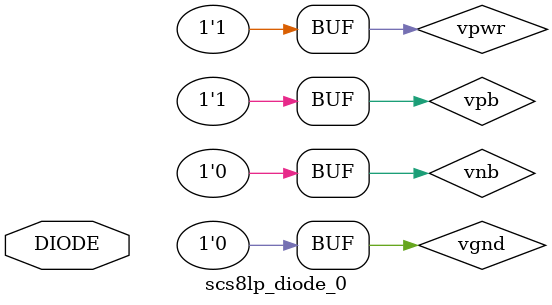
<source format=v>

`celldefine
module scs8lp_diode_0 (
input DIODE
`ifdef SC_USE_PG_PIN
, input vpwr
, input vgnd
, input vpb
, input vnb
`endif
);

`ifdef functional
`else
`ifdef SC_USE_PG_PIN
`else
supply1 vpwr;
supply0 vgnd;
supply1 vpb;
supply0 vnb;
`endif
`endif

endmodule
`endcelldefine

</source>
